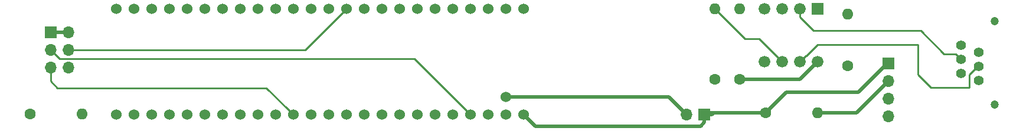
<source format=gbr>
G04 #@! TF.GenerationSoftware,KiCad,Pcbnew,(5.1.4)-1*
G04 #@! TF.CreationDate,2019-11-17T17:18:35+01:00*
G04 #@! TF.ProjectId,DNMS,444e4d53-2e6b-4696-9361-645f70636258,0.9.0*
G04 #@! TF.SameCoordinates,Original*
G04 #@! TF.FileFunction,Copper,L1,Top*
G04 #@! TF.FilePolarity,Positive*
%FSLAX46Y46*%
G04 Gerber Fmt 4.6, Leading zero omitted, Abs format (unit mm)*
G04 Created by KiCad (PCBNEW (5.1.4)-1) date 2019-11-17 17:18:35*
%MOMM*%
%LPD*%
G04 APERTURE LIST*
%ADD10C,1.400000*%
%ADD11C,1.200000*%
%ADD12O,1.700000X1.700000*%
%ADD13R,1.700000X1.700000*%
%ADD14O,1.600000X1.600000*%
%ADD15C,1.600000*%
%ADD16C,1.530000*%
%ADD17C,1.524000*%
%ADD18R,1.676400X1.676400*%
%ADD19C,1.676400*%
%ADD20C,0.500000*%
%ADD21C,0.250000*%
G04 APERTURE END LIST*
D10*
X196772400Y-81905000D03*
X199312400Y-82925000D03*
X196772400Y-83945000D03*
X199312400Y-84965000D03*
X196772400Y-85985000D03*
X199312400Y-87005000D03*
D11*
X201612400Y-90455000D03*
X201612400Y-78455000D03*
D12*
X68783200Y-85166200D03*
X66243200Y-85166200D03*
X68783200Y-82626200D03*
X66243200Y-82626200D03*
X68783200Y-80086200D03*
D13*
X66243200Y-80086200D03*
D14*
X70771400Y-91821000D03*
D15*
X63271400Y-91821000D03*
D14*
X176257600Y-91694000D03*
D15*
X168757600Y-91694000D03*
D16*
X134092620Y-76708000D03*
X131552620Y-76708000D03*
X129012620Y-76708000D03*
X126472620Y-76708000D03*
X123932620Y-76708000D03*
X121392620Y-76708000D03*
X118852620Y-76708000D03*
X116312620Y-76708000D03*
X113772620Y-76708000D03*
X111232620Y-76708000D03*
X108692620Y-76708000D03*
X106152620Y-76708000D03*
X103612620Y-76708000D03*
X101072620Y-76708000D03*
X98532620Y-76708000D03*
X95992620Y-76708000D03*
X101072620Y-91948000D03*
X103612620Y-91948000D03*
X106152620Y-91948000D03*
X108692620Y-91948000D03*
X111232620Y-91948000D03*
X113772620Y-91948000D03*
X116312620Y-91948000D03*
X118852620Y-91948000D03*
X121392620Y-91948000D03*
X123932620Y-91948000D03*
X126472620Y-91948000D03*
X129012620Y-91948000D03*
X131552620Y-91948000D03*
X134092620Y-91948000D03*
X93452620Y-76708000D03*
X90912620Y-76708000D03*
X88372620Y-76708000D03*
X85832620Y-76708000D03*
X83292620Y-76708000D03*
X80752620Y-76708000D03*
X78212620Y-76708000D03*
X75672620Y-76708000D03*
X98532620Y-91948000D03*
X95992620Y-91948000D03*
X93452620Y-91948000D03*
X75672620Y-91948000D03*
X78212620Y-91948000D03*
X80752620Y-91948000D03*
X83292620Y-91948000D03*
X85832620Y-91948000D03*
X88372620Y-91948000D03*
X90912620Y-91948000D03*
D17*
X131552620Y-89408000D03*
D14*
X180517800Y-77437600D03*
D15*
X180517800Y-84937600D03*
D12*
X186385200Y-92202000D03*
X186385200Y-89662000D03*
X186385200Y-87122000D03*
D13*
X186385200Y-84582000D03*
D12*
X157480000Y-91948000D03*
D13*
X160020000Y-91948000D03*
D18*
X176276000Y-76708000D03*
D19*
X173736000Y-76708000D03*
X171196000Y-76708000D03*
X168656000Y-76708000D03*
X168656000Y-84328000D03*
X171196000Y-84328000D03*
X173736000Y-84328000D03*
X176276000Y-84328000D03*
D14*
X161544000Y-76708000D03*
D15*
X161544000Y-86868000D03*
D14*
X165100000Y-76708000D03*
D15*
X165100000Y-86868000D03*
D20*
X68783200Y-80086200D02*
X66243200Y-80086200D01*
X181813200Y-91694000D02*
X183375300Y-90131900D01*
X176257600Y-91694000D02*
X181813200Y-91694000D01*
X186385200Y-87122000D02*
X183375300Y-90131900D01*
X183375300Y-90131900D02*
X182930800Y-90576400D01*
X173736000Y-86868000D02*
X176276000Y-84328000D01*
X165100000Y-86868000D02*
X173736000Y-86868000D01*
X154940000Y-89408000D02*
X131552620Y-89408000D01*
X157480000Y-91948000D02*
X154940000Y-89408000D01*
X160020000Y-93048000D02*
X160020000Y-91948000D01*
X159473010Y-93594990D02*
X160020000Y-93048000D01*
X135739610Y-93594990D02*
X159473010Y-93594990D01*
X134092620Y-91948000D02*
X135739610Y-93594990D01*
X161120000Y-91948000D02*
X161374000Y-91694000D01*
X160020000Y-91948000D02*
X161120000Y-91948000D01*
X160274000Y-91694000D02*
X160020000Y-91948000D01*
X168757600Y-91694000D02*
X160274000Y-91694000D01*
X182118386Y-88696800D02*
X171754800Y-88696800D01*
X186233186Y-84582000D02*
X182118386Y-88696800D01*
X186385200Y-84582000D02*
X186233186Y-84582000D01*
X171754800Y-88696800D02*
X168757600Y-91694000D01*
D21*
X174574199Y-83489801D02*
X174650399Y-83489801D01*
X173736000Y-84328000D02*
X174574199Y-83489801D01*
X174650399Y-83489801D02*
X176276000Y-81864200D01*
X176276000Y-81864200D02*
X190652400Y-81864200D01*
X190652400Y-81864200D02*
X190652400Y-86182200D01*
X190652400Y-86182200D02*
X192481200Y-88011000D01*
X199287000Y-84914200D02*
X198018400Y-86182800D01*
X198018400Y-86182800D02*
X198018400Y-88011000D01*
X198018400Y-88011000D02*
X192481200Y-88011000D01*
X173736000Y-77893393D02*
X175674807Y-79832200D01*
X173736000Y-76708000D02*
X173736000Y-77893393D01*
X196047001Y-83194201D02*
X194395401Y-83194201D01*
X196747000Y-83894200D02*
X196047001Y-83194201D01*
X194395401Y-83194201D02*
X191033400Y-79832200D01*
X191033400Y-79832200D02*
X175674807Y-79832200D01*
X161544000Y-76708000D02*
X165862000Y-81026000D01*
X167894000Y-81026000D02*
X171196000Y-84328000D01*
X165862000Y-81026000D02*
X167894000Y-81026000D01*
X100307621Y-91183001D02*
X101072620Y-91948000D01*
X100276201Y-91183001D02*
X100307621Y-91183001D01*
X66243200Y-85166200D02*
X66243200Y-87122000D01*
X66243200Y-87122000D02*
X67208400Y-88087200D01*
X97180400Y-88087200D02*
X97193100Y-88099900D01*
X67208400Y-88087200D02*
X97180400Y-88087200D01*
X97193100Y-88099900D02*
X100276201Y-91183001D01*
X119709619Y-85184999D02*
X126472620Y-91948000D01*
X67538600Y-83896200D02*
X118446220Y-83896200D01*
X118420820Y-83896200D02*
X119709619Y-85184999D01*
X67118599Y-83476199D02*
X67538600Y-83896200D01*
X67093199Y-83476199D02*
X67118599Y-83476199D01*
X66243200Y-82626200D02*
X67093199Y-83476199D01*
X102774420Y-82626200D02*
X108692620Y-76708000D01*
X68783200Y-82626200D02*
X102774420Y-82626200D01*
M02*

</source>
